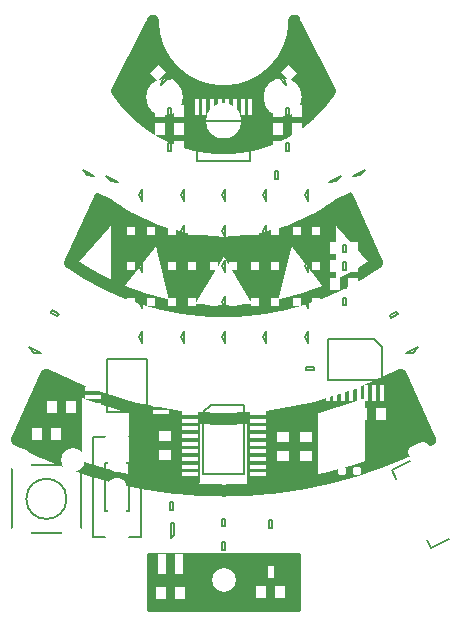
<source format=gto>
G04 #@! TF.FileFunction,Legend,Top*
%FSLAX46Y46*%
G04 Gerber Fmt 4.6, Leading zero omitted, Abs format (unit mm)*
G04 Created by KiCad (PCBNEW 4.0.3-stable) date 11/02/16 23:14:01*
%MOMM*%
%LPD*%
G01*
G04 APERTURE LIST*
%ADD10C,0.100000*%
%ADD11C,1.000000*%
%ADD12C,0.150000*%
%ADD13C,0.200000*%
%ADD14C,0.254000*%
%ADD15R,0.450000X1.350000*%
%ADD16C,2.000000*%
%ADD17R,0.950000X1.000000*%
%ADD18R,1.350000X0.450000*%
%ADD19C,0.787000*%
%ADD20C,1.000000*%
%ADD21C,1.600000*%
%ADD22R,0.800000X1.700000*%
%ADD23R,0.950000X0.400000*%
%ADD24R,0.600000X1.000000*%
%ADD25R,1.000000X0.950000*%
%ADD26R,0.800000X0.800000*%
G04 APERTURE END LIST*
D10*
D11*
X146000000Y-118500000D02*
X147000000Y-120500000D01*
X146000000Y-119000000D02*
X146000000Y-120500000D01*
X145500000Y-117000000D02*
X145000000Y-116500000D01*
X145500000Y-121000000D02*
X145500000Y-117000000D01*
X144500000Y-115500000D02*
X144500000Y-121500000D01*
X144000000Y-116000000D02*
X144000000Y-121500000D01*
X143500000Y-116500000D02*
X143500000Y-121500000D01*
X143000000Y-122000000D02*
X143000000Y-116500000D01*
X113500000Y-118500000D02*
X113500000Y-121000000D01*
X114500000Y-116500000D02*
X115000000Y-116000000D01*
X114500000Y-121500000D02*
X114500000Y-116500000D01*
X115500000Y-115500000D02*
X115500000Y-121500000D01*
X116500000Y-122000000D02*
X116500000Y-116000000D01*
X136500000Y-124000000D02*
X136500000Y-118500000D01*
X135500000Y-118500000D02*
X135500000Y-124000000D01*
X134500000Y-124500000D02*
X134500000Y-118500000D01*
X133500000Y-119000000D02*
X133500000Y-124500000D01*
X126500000Y-124500000D02*
X126500000Y-119000000D01*
X125500000Y-118500000D02*
X125500000Y-124000000D01*
X123500000Y-123500000D02*
X123500000Y-124000000D01*
X124500000Y-118500000D02*
X124500000Y-124000000D01*
X123500000Y-118500000D02*
X123500000Y-123500000D01*
X117500000Y-116500000D02*
X117500000Y-122500000D01*
X122500000Y-118000000D02*
X122500000Y-123500000D01*
X127500000Y-119000000D02*
X127500000Y-124000000D01*
X142500000Y-116500000D02*
X142500000Y-122500000D01*
X137500000Y-118000000D02*
X137500000Y-123500000D01*
X132500000Y-119000000D02*
X132500000Y-124500000D01*
X145000000Y-115000000D02*
X147500000Y-120500000D01*
X112500000Y-120500000D02*
X115000000Y-115000000D01*
X112500001Y-120500000D02*
G75*
G03X147500000Y-120500000I17499999J33500000D01*
G01*
X115000000Y-115000000D02*
G75*
G03X145000000Y-115000000I15000000J28000000D01*
G01*
X130000000Y-104000000D02*
X133000000Y-109000000D01*
X130000000Y-104000000D02*
X127000000Y-109000000D01*
X123500000Y-88500000D02*
X123500000Y-89500000D01*
X124500000Y-89000000D02*
X123500000Y-88500000D01*
X124000000Y-87000000D02*
X124500000Y-89000000D01*
X122000000Y-91000000D02*
X124000000Y-87000000D01*
X122500000Y-92000000D02*
X122000000Y-91000000D01*
X137000000Y-89500000D02*
X136000000Y-88500000D01*
X135000000Y-89000000D02*
X137000000Y-89500000D01*
X136000000Y-87000000D02*
X135000000Y-89000000D01*
X138000000Y-91000000D02*
X136000000Y-87000000D01*
X137500000Y-92000000D02*
X138000000Y-91000000D01*
X131500000Y-91500000D02*
X132000000Y-92000000D01*
X132500000Y-91500000D02*
X131500000Y-91500000D01*
X133000000Y-93500000D02*
X132500000Y-91500000D01*
X132500000Y-94000000D02*
X133000000Y-93500000D01*
X132500000Y-94500000D02*
X133500000Y-94000000D01*
X132000000Y-95000000D02*
X135000000Y-94000000D01*
X127000000Y-95000000D02*
X128000000Y-95000000D01*
X126000000Y-94500000D02*
X128000000Y-94500000D01*
X125500000Y-94000000D02*
X127500000Y-94000000D01*
X128000000Y-93500000D02*
X126500000Y-93500000D01*
X128000000Y-93000000D02*
X127000000Y-93000000D01*
X128000000Y-92500000D02*
X127500000Y-92500000D01*
X128500000Y-91500000D02*
X127500000Y-91500000D01*
X127061553Y-91500000D02*
G75*
G03X127061553Y-91500000I-2061553J0D01*
G01*
X137121320Y-91500000D02*
G75*
G03X137121320Y-91500000I-2121320J0D01*
G01*
X132000000Y-93500000D02*
G75*
G03X132000000Y-93500000I-2000000J0D01*
G01*
X136000000Y-85000000D02*
X139000000Y-91000000D01*
X121000000Y-91000000D02*
X124000000Y-85000000D01*
X121000000Y-91000000D02*
G75*
G03X139000000Y-91000000I9000000J6000000D01*
G01*
X124000000Y-85000000D02*
G75*
G03X136000000Y-85000000I6000000J0D01*
G01*
X138000000Y-104000000D02*
X138000000Y-103000000D01*
X137000000Y-103000000D02*
X138000000Y-104000000D01*
X138500000Y-102500000D02*
X137000000Y-103000000D01*
X138500000Y-106000000D02*
X138500000Y-102500000D01*
X136500000Y-103000000D02*
X138500000Y-106000000D01*
X134000000Y-104500000D02*
X133000000Y-105000000D01*
X133500000Y-106000000D02*
X134000000Y-104500000D01*
X131500000Y-104500000D02*
X133500000Y-106000000D01*
X134500000Y-104000000D02*
X131500000Y-104500000D01*
X134000000Y-107500000D02*
X134500000Y-104000000D01*
X131000000Y-104500000D02*
X134000000Y-107500000D01*
X128000000Y-105000000D02*
X127000000Y-105000000D01*
X127000000Y-106500000D02*
X128000000Y-105000000D01*
X126000000Y-104000000D02*
X127000000Y-106500000D01*
X129000000Y-104500000D02*
X126000000Y-104000000D01*
X126500000Y-107500000D02*
X129000000Y-104500000D01*
X125500000Y-103500000D02*
X126500000Y-107500000D01*
X123500000Y-103500000D02*
X123000000Y-104000000D01*
X123000000Y-103500000D02*
X123500000Y-103000000D01*
X122500000Y-102500000D02*
X123000000Y-103500000D01*
X122500000Y-105000000D02*
X122500000Y-102500000D01*
X122000000Y-102500000D02*
X122500000Y-105000000D01*
X121500000Y-106000000D02*
X122000000Y-102500000D01*
X121500000Y-102000000D02*
X121500000Y-106000000D01*
X118500000Y-103000000D02*
X120000000Y-101000000D01*
X141500000Y-103000000D02*
X140000000Y-101000000D01*
X143000000Y-105500000D02*
X140500000Y-100000000D01*
X117000000Y-105500000D02*
X119500000Y-100000000D01*
X139000000Y-101000000D02*
X143000000Y-105500000D01*
X139000000Y-107500000D02*
X139000000Y-101000000D01*
X135500000Y-103000000D02*
X139000000Y-107500000D01*
X134000000Y-109000000D02*
X135500000Y-103000000D01*
X130000000Y-104000000D02*
X134000000Y-109000000D01*
X121000000Y-101000000D02*
X117000000Y-105500000D01*
X121000000Y-107500000D02*
X121000000Y-101000000D01*
X124500000Y-103000000D02*
X121000000Y-107500000D01*
X126000000Y-109000000D02*
X124500000Y-103000000D01*
X130000000Y-104000000D02*
X126000000Y-109000000D01*
X117000000Y-105500000D02*
G75*
G03X143000000Y-105500000I13000000J18500000D01*
G01*
X119500000Y-100000000D02*
G75*
G03X140500000Y-100000000I10500000J12500000D01*
G01*
D12*
X147544940Y-129664340D02*
X149065002Y-128903150D01*
X147186732Y-128949017D02*
X147544940Y-129664340D01*
X144231523Y-123047599D02*
X144612118Y-123807630D01*
X145751585Y-122286408D02*
X144231523Y-123047599D01*
X132275000Y-94100000D02*
X132275000Y-96900000D01*
X132275000Y-96900000D02*
X127725000Y-96900000D01*
X127725000Y-96900000D02*
X127725000Y-93500000D01*
X127725000Y-93500000D02*
X131675000Y-93500000D01*
X131675000Y-93500000D02*
X132275000Y-94100000D01*
X143375000Y-112600000D02*
X143375000Y-115400000D01*
X143375000Y-115400000D02*
X138825000Y-115400000D01*
X138825000Y-115400000D02*
X138825000Y-112000000D01*
X138825000Y-112000000D02*
X142775000Y-112000000D01*
X142775000Y-112000000D02*
X143375000Y-112600000D01*
X135275000Y-95375000D02*
X135525000Y-95375000D01*
X135525000Y-95375000D02*
X135525000Y-96025000D01*
X135525000Y-96025000D02*
X135275000Y-96025000D01*
X135275000Y-96025000D02*
X135275000Y-95375000D01*
X128900000Y-117575000D02*
X131700000Y-117575000D01*
X131700000Y-117575000D02*
X131700000Y-123425000D01*
X131700000Y-123425000D02*
X128300000Y-123425000D01*
X128300000Y-123425000D02*
X128300000Y-118175000D01*
X128300000Y-118175000D02*
X128900000Y-117575000D01*
X144634630Y-109642709D02*
X144746570Y-109866248D01*
X144746570Y-109866248D02*
X144165370Y-110157291D01*
X144165370Y-110157291D02*
X144053430Y-109933752D01*
X144053430Y-109933752D02*
X144634630Y-109642709D01*
D13*
X116700000Y-125500000D02*
G75*
G03X116700000Y-125500000I-1700000J0D01*
G01*
X117900000Y-128400000D02*
X112100000Y-128400000D01*
X117900000Y-122600000D02*
X117900000Y-128400000D01*
X112100000Y-122600000D02*
X117900000Y-122600000D01*
X112100000Y-128400000D02*
X112100000Y-122600000D01*
X118950000Y-128700000D02*
X118950000Y-120300000D01*
X118950000Y-120300000D02*
X123050000Y-120300000D01*
X123050000Y-120300000D02*
X123050000Y-128700000D01*
X123050000Y-128700000D02*
X118950000Y-128700000D01*
X120000000Y-126500000D02*
X120000000Y-122500000D01*
X120000000Y-122500000D02*
X122000000Y-122500000D01*
X122000000Y-122500000D02*
X122000000Y-126500000D01*
X122000000Y-126500000D02*
X120000000Y-126500000D01*
D12*
X118064185Y-97641963D02*
X119047755Y-98134498D01*
X118444030Y-98111769D02*
X119047755Y-98134498D01*
X118444030Y-98111769D02*
X118064185Y-97641963D01*
X139555970Y-98611769D02*
X138952245Y-98634498D01*
X139555970Y-98611769D02*
X139935815Y-98141963D01*
X138952245Y-98634498D02*
X139935815Y-98141963D01*
X140952245Y-98134498D02*
X141935815Y-97641963D01*
X141555970Y-98111769D02*
X141935815Y-97641963D01*
X141555970Y-98111769D02*
X140952245Y-98134498D01*
X145452245Y-113134498D02*
X146435815Y-112641963D01*
X146055970Y-113111769D02*
X146435815Y-112641963D01*
X146055970Y-113111769D02*
X145452245Y-113134498D01*
X120444030Y-98611769D02*
X120064185Y-98141963D01*
X120444030Y-98611769D02*
X121047755Y-98634498D01*
X120064185Y-98141963D02*
X121047755Y-98634498D01*
X113564185Y-112641963D02*
X114547755Y-113134498D01*
X113944030Y-113111769D02*
X114547755Y-113134498D01*
X113944030Y-113111769D02*
X113564185Y-112641963D01*
X125650000Y-131725000D02*
X125350000Y-131725000D01*
X125350000Y-131725000D02*
X125350000Y-130275000D01*
X125350000Y-130275000D02*
X125650000Y-130275000D01*
X125650000Y-130275000D02*
X125650000Y-131725000D01*
X125575000Y-128850000D02*
X125575000Y-128850000D01*
X125575000Y-128850000D02*
X125575000Y-127550000D01*
X125575000Y-127550000D02*
X125825000Y-127550000D01*
X125825000Y-127550000D02*
X125825000Y-128600000D01*
X125825000Y-128600000D02*
X125575000Y-128850000D01*
X134950000Y-130650000D02*
X134950000Y-130650000D01*
X134950000Y-130650000D02*
X133050000Y-130650000D01*
X133050000Y-130650000D02*
X133050000Y-130350000D01*
X133050000Y-130350000D02*
X134650000Y-130350000D01*
X134650000Y-130350000D02*
X134950000Y-130650000D01*
X122900000Y-118175000D02*
X120100000Y-118175000D01*
X120100000Y-118175000D02*
X120100000Y-113625000D01*
X120100000Y-113625000D02*
X123500000Y-113625000D01*
X123500000Y-113625000D02*
X123500000Y-117575000D01*
X123500000Y-117575000D02*
X122900000Y-118175000D01*
X116046570Y-109833752D02*
X115934630Y-110057291D01*
X115934630Y-110057291D02*
X115353430Y-109766248D01*
X115353430Y-109766248D02*
X115465370Y-109542709D01*
X115465370Y-109542709D02*
X116046570Y-109833752D01*
X125525000Y-96025000D02*
X125275000Y-96025000D01*
X125275000Y-96025000D02*
X125275000Y-95375000D01*
X125275000Y-95375000D02*
X125525000Y-95375000D01*
X125525000Y-95375000D02*
X125525000Y-96025000D01*
X125525000Y-94525000D02*
X125275000Y-94525000D01*
X125275000Y-94525000D02*
X125275000Y-93875000D01*
X125275000Y-93875000D02*
X125525000Y-93875000D01*
X125525000Y-93875000D02*
X125525000Y-94525000D01*
X125525000Y-93025000D02*
X125275000Y-93025000D01*
X125275000Y-93025000D02*
X125275000Y-92375000D01*
X125275000Y-92375000D02*
X125525000Y-92375000D01*
X125525000Y-92375000D02*
X125525000Y-93025000D01*
X135275000Y-92375000D02*
X135525000Y-92375000D01*
X135525000Y-92375000D02*
X135525000Y-93025000D01*
X135525000Y-93025000D02*
X135275000Y-93025000D01*
X135275000Y-93025000D02*
X135275000Y-92375000D01*
X135275000Y-93875000D02*
X135525000Y-93875000D01*
X135525000Y-93875000D02*
X135525000Y-94525000D01*
X135525000Y-94525000D02*
X135275000Y-94525000D01*
X135275000Y-94525000D02*
X135275000Y-93875000D01*
X140325000Y-104625000D02*
X140075000Y-104625000D01*
X140075000Y-104625000D02*
X140075000Y-103975000D01*
X140075000Y-103975000D02*
X140325000Y-103975000D01*
X140325000Y-103975000D02*
X140325000Y-104625000D01*
X140325000Y-106125000D02*
X140075000Y-106125000D01*
X140075000Y-106125000D02*
X140075000Y-105475000D01*
X140075000Y-105475000D02*
X140325000Y-105475000D01*
X140325000Y-105475000D02*
X140325000Y-106125000D01*
X140325000Y-107625000D02*
X140075000Y-107625000D01*
X140075000Y-107625000D02*
X140075000Y-106975000D01*
X140075000Y-106975000D02*
X140325000Y-106975000D01*
X140325000Y-106975000D02*
X140325000Y-107625000D01*
X140325000Y-109125000D02*
X140075000Y-109125000D01*
X140075000Y-109125000D02*
X140075000Y-108475000D01*
X140075000Y-108475000D02*
X140325000Y-108475000D01*
X140325000Y-108475000D02*
X140325000Y-109125000D01*
X136975000Y-114625000D02*
X136975000Y-114375000D01*
X136975000Y-114375000D02*
X137625000Y-114375000D01*
X137625000Y-114375000D02*
X137625000Y-114625000D01*
X137625000Y-114625000D02*
X136975000Y-114625000D01*
X134375000Y-97775000D02*
X134625000Y-97775000D01*
X134625000Y-97775000D02*
X134625000Y-98425000D01*
X134625000Y-98425000D02*
X134375000Y-98425000D01*
X134375000Y-98425000D02*
X134375000Y-97775000D01*
X116425000Y-118025000D02*
X116175000Y-118025000D01*
X116175000Y-118025000D02*
X116175000Y-117375000D01*
X116175000Y-117375000D02*
X116425000Y-117375000D01*
X116425000Y-117375000D02*
X116425000Y-118025000D01*
X142625000Y-118625000D02*
X142375000Y-118625000D01*
X142375000Y-118625000D02*
X142375000Y-117975000D01*
X142375000Y-117975000D02*
X142625000Y-117975000D01*
X142625000Y-117975000D02*
X142625000Y-118625000D01*
X134675000Y-121225000D02*
X134675000Y-120975000D01*
X134675000Y-120975000D02*
X135325000Y-120975000D01*
X135325000Y-120975000D02*
X135325000Y-121225000D01*
X135325000Y-121225000D02*
X134675000Y-121225000D01*
X124675000Y-121125000D02*
X124675000Y-120875000D01*
X124675000Y-120875000D02*
X125325000Y-120875000D01*
X125325000Y-120875000D02*
X125325000Y-121125000D01*
X125325000Y-121125000D02*
X124675000Y-121125000D01*
X136675000Y-121225000D02*
X136675000Y-120975000D01*
X136675000Y-120975000D02*
X137325000Y-120975000D01*
X137325000Y-120975000D02*
X137325000Y-121225000D01*
X137325000Y-121225000D02*
X136675000Y-121225000D01*
X125625000Y-133825000D02*
X125375000Y-133825000D01*
X125375000Y-133825000D02*
X125375000Y-133175000D01*
X125375000Y-133175000D02*
X125625000Y-133175000D01*
X125625000Y-133175000D02*
X125625000Y-133825000D01*
X125475000Y-125775000D02*
X125725000Y-125775000D01*
X125725000Y-125775000D02*
X125725000Y-126425000D01*
X125725000Y-126425000D02*
X125475000Y-126425000D01*
X125475000Y-126425000D02*
X125475000Y-125775000D01*
X133875000Y-133075000D02*
X134125000Y-133075000D01*
X134125000Y-133075000D02*
X134125000Y-133725000D01*
X134125000Y-133725000D02*
X133875000Y-133725000D01*
X133875000Y-133725000D02*
X133875000Y-133075000D01*
X133875000Y-127275000D02*
X134125000Y-127275000D01*
X134125000Y-127275000D02*
X134125000Y-127925000D01*
X134125000Y-127925000D02*
X133875000Y-127925000D01*
X133875000Y-127925000D02*
X133875000Y-127275000D01*
X115125000Y-120325000D02*
X114875000Y-120325000D01*
X114875000Y-120325000D02*
X114875000Y-119675000D01*
X114875000Y-119675000D02*
X115125000Y-119675000D01*
X115125000Y-119675000D02*
X115125000Y-120325000D01*
X130125000Y-129825000D02*
X129875000Y-129825000D01*
X129875000Y-129825000D02*
X129875000Y-129175000D01*
X129875000Y-129175000D02*
X130125000Y-129175000D01*
X130125000Y-129175000D02*
X130125000Y-129825000D01*
X129875000Y-127175000D02*
X130125000Y-127175000D01*
X130125000Y-127175000D02*
X130125000Y-127825000D01*
X130125000Y-127825000D02*
X129875000Y-127825000D01*
X129875000Y-127825000D02*
X129875000Y-127175000D01*
X135141421Y-89858579D02*
X135282843Y-90424264D01*
X134575736Y-89717157D02*
X135141421Y-89858579D01*
X135282843Y-90424264D02*
X134575736Y-89717157D01*
X124858579Y-89858579D02*
X125424264Y-89717157D01*
X124717157Y-90424264D02*
X124858579Y-89858579D01*
X125424264Y-89717157D02*
X124717157Y-90424264D01*
X137125000Y-112300000D02*
X136875000Y-111800000D01*
X137125000Y-111300000D02*
X137125000Y-112300000D01*
X136875000Y-111800000D02*
X137125000Y-111300000D01*
X137125000Y-109300000D02*
X136875000Y-108800000D01*
X137125000Y-108300000D02*
X137125000Y-109300000D01*
X136875000Y-108800000D02*
X137125000Y-108300000D01*
X137125000Y-106300000D02*
X136875000Y-105800000D01*
X137125000Y-105300000D02*
X137125000Y-106300000D01*
X136875000Y-105800000D02*
X137125000Y-105300000D01*
X137125000Y-103300000D02*
X136875000Y-102800000D01*
X137125000Y-102300000D02*
X137125000Y-103300000D01*
X136875000Y-102800000D02*
X137125000Y-102300000D01*
X137125000Y-100300000D02*
X136875000Y-99800000D01*
X137125000Y-99300000D02*
X137125000Y-100300000D01*
X136875000Y-99800000D02*
X137125000Y-99300000D01*
X133625000Y-112300000D02*
X133375000Y-111800000D01*
X133625000Y-111300000D02*
X133625000Y-112300000D01*
X133375000Y-111800000D02*
X133625000Y-111300000D01*
X133625000Y-109300000D02*
X133375000Y-108800000D01*
X133625000Y-108300000D02*
X133625000Y-109300000D01*
X133375000Y-108800000D02*
X133625000Y-108300000D01*
X133625000Y-106300000D02*
X133375000Y-105800000D01*
X133625000Y-105300000D02*
X133625000Y-106300000D01*
X133375000Y-105800000D02*
X133625000Y-105300000D01*
X133625000Y-103300000D02*
X133375000Y-102800000D01*
X133625000Y-102300000D02*
X133625000Y-103300000D01*
X133375000Y-102800000D02*
X133625000Y-102300000D01*
X130125000Y-112300000D02*
X129875000Y-111800000D01*
X130125000Y-111300000D02*
X130125000Y-112300000D01*
X129875000Y-111800000D02*
X130125000Y-111300000D01*
X130125000Y-109300000D02*
X129875000Y-108800000D01*
X130125000Y-108300000D02*
X130125000Y-109300000D01*
X129875000Y-108800000D02*
X130125000Y-108300000D01*
X130125000Y-106300000D02*
X129875000Y-105800000D01*
X130125000Y-105300000D02*
X130125000Y-106300000D01*
X129875000Y-105800000D02*
X130125000Y-105300000D01*
X130125000Y-103300000D02*
X129875000Y-102800000D01*
X130125000Y-102300000D02*
X130125000Y-103300000D01*
X129875000Y-102800000D02*
X130125000Y-102300000D01*
X130125000Y-100300000D02*
X129875000Y-99800000D01*
X130125000Y-99300000D02*
X130125000Y-100300000D01*
X129875000Y-99800000D02*
X130125000Y-99300000D01*
X126625000Y-112300000D02*
X126375000Y-111800000D01*
X126625000Y-111300000D02*
X126625000Y-112300000D01*
X126375000Y-111800000D02*
X126625000Y-111300000D01*
X126625000Y-109300000D02*
X126375000Y-108800000D01*
X126625000Y-108300000D02*
X126625000Y-109300000D01*
X126375000Y-108800000D02*
X126625000Y-108300000D01*
X126625000Y-106300000D02*
X126375000Y-105800000D01*
X126625000Y-105300000D02*
X126625000Y-106300000D01*
X126375000Y-105800000D02*
X126625000Y-105300000D01*
X126625000Y-103300000D02*
X126375000Y-102800000D01*
X126625000Y-102300000D02*
X126625000Y-103300000D01*
X126375000Y-102800000D02*
X126625000Y-102300000D01*
X126625000Y-100300000D02*
X126375000Y-99800000D01*
X126625000Y-99300000D02*
X126625000Y-100300000D01*
X126375000Y-99800000D02*
X126625000Y-99300000D01*
X123125000Y-112300000D02*
X122875000Y-111800000D01*
X123125000Y-111300000D02*
X123125000Y-112300000D01*
X122875000Y-111800000D02*
X123125000Y-111300000D01*
X123125000Y-109300000D02*
X122875000Y-108800000D01*
X123125000Y-108300000D02*
X123125000Y-109300000D01*
X122875000Y-108800000D02*
X123125000Y-108300000D01*
X123125000Y-106300000D02*
X122875000Y-105800000D01*
X123125000Y-105300000D02*
X123125000Y-106300000D01*
X122875000Y-105800000D02*
X123125000Y-105300000D01*
X123125000Y-103300000D02*
X122875000Y-102800000D01*
X123125000Y-102300000D02*
X123125000Y-103300000D01*
X122875000Y-102800000D02*
X123125000Y-102300000D01*
X123125000Y-100300000D02*
X122875000Y-99800000D01*
X123125000Y-99300000D02*
X123125000Y-100300000D01*
X122875000Y-99800000D02*
X123125000Y-99300000D01*
X133625000Y-100300000D02*
X133375000Y-99800000D01*
X133625000Y-99300000D02*
X133625000Y-100300000D01*
X133375000Y-99800000D02*
X133625000Y-99300000D01*
D14*
G36*
X136373000Y-134873000D02*
X123627000Y-134873000D01*
X123627000Y-130127000D01*
X136373000Y-130127000D01*
X136373000Y-134873000D01*
X136373000Y-134873000D01*
G37*
X136373000Y-134873000D02*
X123627000Y-134873000D01*
X123627000Y-130127000D01*
X136373000Y-130127000D01*
X136373000Y-134873000D01*
%LPC*%
D10*
G36*
X146693106Y-126176593D02*
X145485998Y-126781068D01*
X145306894Y-126423407D01*
X146514002Y-125818932D01*
X146693106Y-126176593D01*
X146693106Y-126176593D01*
G37*
G36*
X146402063Y-125595392D02*
X145194955Y-126199867D01*
X145015851Y-125842206D01*
X146222959Y-125237731D01*
X146402063Y-125595392D01*
X146402063Y-125595392D01*
G37*
G36*
X146984150Y-126757793D02*
X145777042Y-127362268D01*
X145597938Y-127004607D01*
X146805046Y-126400132D01*
X146984150Y-126757793D01*
X146984150Y-126757793D01*
G37*
G36*
X147275193Y-127338993D02*
X146068085Y-127943468D01*
X145888981Y-127585807D01*
X147096089Y-126981332D01*
X147275193Y-127338993D01*
X147275193Y-127338993D01*
G37*
G36*
X146111020Y-125014192D02*
X144903912Y-125618667D01*
X144724808Y-125261006D01*
X145931916Y-124656531D01*
X146111020Y-125014192D01*
X146111020Y-125014192D01*
G37*
D11*
X144601367Y-124511998D02*
X144824905Y-124400058D01*
X146593895Y-128490984D02*
X146817433Y-128379044D01*
D10*
G36*
X149129370Y-124453335D02*
X147430477Y-125304077D01*
X146624510Y-123694599D01*
X148323403Y-122843857D01*
X149129370Y-124453335D01*
X149129370Y-124453335D01*
G37*
G36*
X150159216Y-126509889D02*
X148460323Y-127360631D01*
X147654356Y-125751153D01*
X149353249Y-124900411D01*
X150159216Y-126509889D01*
X150159216Y-126509889D01*
G37*
G36*
X148077136Y-122352072D02*
X146378243Y-123202815D01*
X145673022Y-121794522D01*
X147371915Y-120943779D01*
X148077136Y-122352072D01*
X148077136Y-122352072D01*
G37*
D11*
X146120100Y-121570642D02*
X146924838Y-121167658D01*
D10*
G36*
X151110704Y-128409966D02*
X149411811Y-129260709D01*
X148706590Y-127852416D01*
X150405483Y-127001673D01*
X151110704Y-128409966D01*
X151110704Y-128409966D01*
G37*
D11*
X149858888Y-129036830D02*
X150663626Y-128633846D01*
D15*
X132275000Y-92325000D03*
X131625000Y-92325000D03*
X130975000Y-92325000D03*
X130325000Y-92325000D03*
X129675000Y-92325000D03*
X129025000Y-92325000D03*
X128375000Y-92325000D03*
X127725000Y-92325000D03*
X127725000Y-98075000D03*
X128375000Y-98075000D03*
X129025000Y-98075000D03*
X129675000Y-98075000D03*
X130325000Y-98075000D03*
X130975000Y-98075000D03*
X131625000Y-98075000D03*
X132275000Y-98075000D03*
D16*
X130000000Y-87650000D03*
X130000000Y-132350000D03*
D15*
X143375000Y-110825000D03*
X142725000Y-110825000D03*
X142075000Y-110825000D03*
X141425000Y-110825000D03*
X140775000Y-110825000D03*
X140125000Y-110825000D03*
X139475000Y-110825000D03*
X138825000Y-110825000D03*
X138825000Y-116575000D03*
X139475000Y-116575000D03*
X140125000Y-116575000D03*
X140775000Y-116575000D03*
X141425000Y-116575000D03*
X142075000Y-116575000D03*
X142725000Y-116575000D03*
X143375000Y-116575000D03*
D17*
X134600000Y-95700000D03*
X136200000Y-95700000D03*
D18*
X127125000Y-117575000D03*
X127125000Y-118225000D03*
X127125000Y-118875000D03*
X127125000Y-119525000D03*
X127125000Y-120175000D03*
X127125000Y-120825000D03*
X127125000Y-121475000D03*
X127125000Y-122125000D03*
X127125000Y-122775000D03*
X127125000Y-123425000D03*
X132875000Y-123425000D03*
X132875000Y-122775000D03*
X132875000Y-122125000D03*
X132875000Y-121475000D03*
X132875000Y-120825000D03*
X132875000Y-120175000D03*
X132875000Y-119525000D03*
X132875000Y-118875000D03*
X132875000Y-118225000D03*
X132875000Y-117575000D03*
D10*
G36*
X143382030Y-108983833D02*
X144276185Y-108536074D01*
X144701556Y-109385521D01*
X143807401Y-109833280D01*
X143382030Y-108983833D01*
X143382030Y-108983833D01*
G37*
G36*
X144098444Y-110414479D02*
X144992599Y-109966720D01*
X145417970Y-110816167D01*
X144523815Y-111263926D01*
X144098444Y-110414479D01*
X144098444Y-110414479D01*
G37*
D19*
X140060000Y-121830000D03*
X141330000Y-121830000D03*
X140060000Y-123100000D03*
X141330000Y-123100000D03*
X140060000Y-124370000D03*
X141330000Y-124370000D03*
D20*
X140695000Y-120560000D03*
X139679000Y-125640000D03*
X141711000Y-125640000D03*
D16*
X112750000Y-128750000D03*
X117250000Y-128750000D03*
X117250000Y-122250000D03*
X112750000Y-122250000D03*
D21*
X121000000Y-124500000D03*
X121000000Y-126500000D03*
X121000000Y-122500000D03*
D16*
X121000000Y-120400000D03*
X121000000Y-128600000D03*
D10*
G36*
X119293783Y-98034025D02*
X117997260Y-97384774D01*
X118512183Y-96356497D01*
X119808706Y-97005748D01*
X119293783Y-98034025D01*
X119293783Y-98034025D01*
G37*
G36*
X118487817Y-99643503D02*
X117191294Y-98994252D01*
X117706217Y-97965975D01*
X119002740Y-98615226D01*
X118487817Y-99643503D01*
X118487817Y-99643503D01*
G37*
G36*
X140808706Y-99494252D02*
X139512183Y-100143503D01*
X138997260Y-99115226D01*
X140293783Y-98465975D01*
X140808706Y-99494252D01*
X140808706Y-99494252D01*
G37*
G36*
X140002740Y-97884774D02*
X138706217Y-98534025D01*
X138191294Y-97505748D01*
X139487817Y-96856497D01*
X140002740Y-97884774D01*
X140002740Y-97884774D01*
G37*
G36*
X142002740Y-97384774D02*
X140706217Y-98034025D01*
X140191294Y-97005748D01*
X141487817Y-96356497D01*
X142002740Y-97384774D01*
X142002740Y-97384774D01*
G37*
G36*
X142808706Y-98994252D02*
X141512183Y-99643503D01*
X140997260Y-98615226D01*
X142293783Y-97965975D01*
X142808706Y-98994252D01*
X142808706Y-98994252D01*
G37*
G36*
X146502740Y-112384774D02*
X145206217Y-113034025D01*
X144691294Y-112005748D01*
X145987817Y-111356497D01*
X146502740Y-112384774D01*
X146502740Y-112384774D01*
G37*
G36*
X147308706Y-113994252D02*
X146012183Y-114643503D01*
X145497260Y-113615226D01*
X146793783Y-112965975D01*
X147308706Y-113994252D01*
X147308706Y-113994252D01*
G37*
G36*
X120487817Y-100143503D02*
X119191294Y-99494252D01*
X119706217Y-98465975D01*
X121002740Y-99115226D01*
X120487817Y-100143503D01*
X120487817Y-100143503D01*
G37*
G36*
X121293783Y-98534025D02*
X119997260Y-97884774D01*
X120512183Y-96856497D01*
X121808706Y-97505748D01*
X121293783Y-98534025D01*
X121293783Y-98534025D01*
G37*
G36*
X114793783Y-113034025D02*
X113497260Y-112384774D01*
X114012183Y-111356497D01*
X115308706Y-112005748D01*
X114793783Y-113034025D01*
X114793783Y-113034025D01*
G37*
G36*
X113987817Y-114643503D02*
X112691294Y-113994252D01*
X113206217Y-112965975D01*
X114502740Y-113615226D01*
X113987817Y-114643503D01*
X113987817Y-114643503D01*
G37*
D22*
X126250000Y-131000000D03*
X124750000Y-131000000D03*
D23*
X126800000Y-128850000D03*
X126800000Y-128200000D03*
X126800000Y-127550000D03*
X124600000Y-127550000D03*
X124600000Y-128200000D03*
X124600000Y-128850000D03*
D24*
X134950000Y-129350000D03*
X133050000Y-129350000D03*
X134000000Y-131650000D03*
D18*
X124675000Y-118175000D03*
X124675000Y-117525000D03*
X124675000Y-116875000D03*
X124675000Y-116225000D03*
X124675000Y-115575000D03*
X124675000Y-114925000D03*
X124675000Y-114275000D03*
X124675000Y-113625000D03*
X118925000Y-113625000D03*
X118925000Y-114275000D03*
X118925000Y-114925000D03*
X118925000Y-115575000D03*
X118925000Y-116225000D03*
X118925000Y-116875000D03*
X118925000Y-117525000D03*
X118925000Y-118175000D03*
D10*
G36*
X115823815Y-108436074D02*
X116717970Y-108883833D01*
X116292599Y-109733280D01*
X115398444Y-109285521D01*
X115823815Y-108436074D01*
X115823815Y-108436074D01*
G37*
G36*
X115107401Y-109866720D02*
X116001556Y-110314479D01*
X115576185Y-111163926D01*
X114682030Y-110716167D01*
X115107401Y-109866720D01*
X115107401Y-109866720D01*
G37*
D17*
X126200000Y-95700000D03*
X124600000Y-95700000D03*
X126200000Y-94200000D03*
X124600000Y-94200000D03*
X126200000Y-92700000D03*
X124600000Y-92700000D03*
X134600000Y-92700000D03*
X136200000Y-92700000D03*
X134600000Y-94200000D03*
X136200000Y-94200000D03*
X141000000Y-104300000D03*
X139400000Y-104300000D03*
X141000000Y-105800000D03*
X139400000Y-105800000D03*
X141000000Y-107300000D03*
X139400000Y-107300000D03*
X141000000Y-108800000D03*
X139400000Y-108800000D03*
D25*
X137300000Y-115300000D03*
X137300000Y-113700000D03*
D17*
X133700000Y-98100000D03*
X135300000Y-98100000D03*
X117100000Y-117700000D03*
X115500000Y-117700000D03*
X143300000Y-118300000D03*
X141700000Y-118300000D03*
D25*
X135000000Y-121900000D03*
X135000000Y-120300000D03*
X125000000Y-121800000D03*
X125000000Y-120200000D03*
X137000000Y-121900000D03*
X137000000Y-120300000D03*
D17*
X126300000Y-133500000D03*
X124700000Y-133500000D03*
X124800000Y-126100000D03*
X126400000Y-126100000D03*
X133200000Y-133400000D03*
X134800000Y-133400000D03*
X133200000Y-127600000D03*
X134800000Y-127600000D03*
X115800000Y-120000000D03*
X114200000Y-120000000D03*
X130800000Y-129500000D03*
X129200000Y-129500000D03*
X129200000Y-127500000D03*
X130800000Y-127500000D03*
D10*
G36*
X135530330Y-88762564D02*
X136237436Y-89469670D01*
X135601040Y-90106066D01*
X134893934Y-89398960D01*
X135530330Y-88762564D01*
X135530330Y-88762564D01*
G37*
G36*
X134398960Y-89893934D02*
X135106066Y-90601040D01*
X134469670Y-91237436D01*
X133762564Y-90530330D01*
X134398960Y-89893934D01*
X134398960Y-89893934D01*
G37*
G36*
X123762564Y-89469670D02*
X124469670Y-88762564D01*
X125106066Y-89398960D01*
X124398960Y-90106066D01*
X123762564Y-89469670D01*
X123762564Y-89469670D01*
G37*
G36*
X124893934Y-90601040D02*
X125601040Y-89893934D01*
X126237436Y-90530330D01*
X125530330Y-91237436D01*
X124893934Y-90601040D01*
X124893934Y-90601040D01*
G37*
D26*
X136175000Y-111800000D03*
X137825000Y-111800000D03*
X136175000Y-108800000D03*
X137825000Y-108800000D03*
X136175000Y-105800000D03*
X137825000Y-105800000D03*
X136175000Y-102800000D03*
X137825000Y-102800000D03*
X136175000Y-99800000D03*
X137825000Y-99800000D03*
X132675000Y-111800000D03*
X134325000Y-111800000D03*
X132675000Y-108800000D03*
X134325000Y-108800000D03*
X132675000Y-105800000D03*
X134325000Y-105800000D03*
X132675000Y-102800000D03*
X134325000Y-102800000D03*
X129175000Y-111800000D03*
X130825000Y-111800000D03*
X129175000Y-108800000D03*
X130825000Y-108800000D03*
X129175000Y-105800000D03*
X130825000Y-105800000D03*
X129175000Y-102800000D03*
X130825000Y-102800000D03*
X129175000Y-99800000D03*
X130825000Y-99800000D03*
X125675000Y-111800000D03*
X127325000Y-111800000D03*
X125675000Y-108800000D03*
X127325000Y-108800000D03*
X125675000Y-105800000D03*
X127325000Y-105800000D03*
X125675000Y-102800000D03*
X127325000Y-102800000D03*
X125675000Y-99800000D03*
X127325000Y-99800000D03*
X122175000Y-111800000D03*
X123825000Y-111800000D03*
X122175000Y-108800000D03*
X123825000Y-108800000D03*
X122175000Y-105800000D03*
X123825000Y-105800000D03*
X122175000Y-102800000D03*
X123825000Y-102800000D03*
X122175000Y-99800000D03*
X123825000Y-99800000D03*
X132675000Y-99800000D03*
X134325000Y-99800000D03*
M02*

</source>
